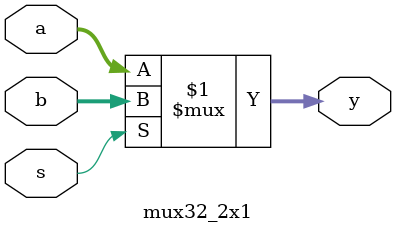
<source format=v>
module mux32_2x1(a, b, s, y);
	input 	[31:0] a;
	input 	[31:0] b;
	input 	s;
	output [31:0]y;

	assign y = s? b : a;
endmodule

</source>
